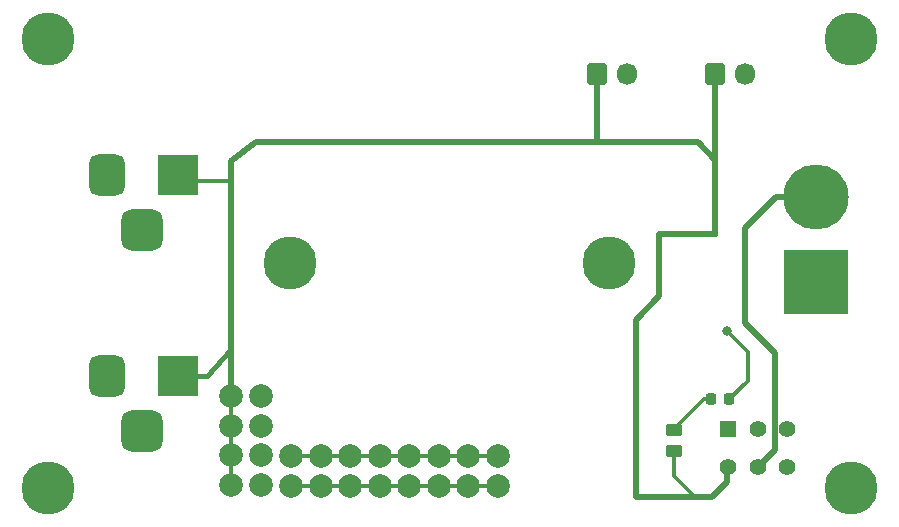
<source format=gbr>
%TF.GenerationSoftware,KiCad,Pcbnew,(6.0.0)*%
%TF.CreationDate,2022-03-05T02:50:21+09:00*%
%TF.ProjectId,latton rt,6c617474-6f6e-4207-9274-2e6b69636164,rev?*%
%TF.SameCoordinates,Original*%
%TF.FileFunction,Copper,L1,Top*%
%TF.FilePolarity,Positive*%
%FSLAX46Y46*%
G04 Gerber Fmt 4.6, Leading zero omitted, Abs format (unit mm)*
G04 Created by KiCad (PCBNEW (6.0.0)) date 2022-03-05 02:50:21*
%MOMM*%
%LPD*%
G01*
G04 APERTURE LIST*
G04 Aperture macros list*
%AMRoundRect*
0 Rectangle with rounded corners*
0 $1 Rounding radius*
0 $2 $3 $4 $5 $6 $7 $8 $9 X,Y pos of 4 corners*
0 Add a 4 corners polygon primitive as box body*
4,1,4,$2,$3,$4,$5,$6,$7,$8,$9,$2,$3,0*
0 Add four circle primitives for the rounded corners*
1,1,$1+$1,$2,$3*
1,1,$1+$1,$4,$5*
1,1,$1+$1,$6,$7*
1,1,$1+$1,$8,$9*
0 Add four rect primitives between the rounded corners*
20,1,$1+$1,$2,$3,$4,$5,0*
20,1,$1+$1,$4,$5,$6,$7,0*
20,1,$1+$1,$6,$7,$8,$9,0*
20,1,$1+$1,$8,$9,$2,$3,0*%
G04 Aperture macros list end*
%TA.AperFunction,NonConductor*%
%ADD10C,0.500000*%
%TD*%
%TA.AperFunction,NonConductor*%
%ADD11C,0.300000*%
%TD*%
%TA.AperFunction,NonConductor*%
%ADD12C,0.400000*%
%TD*%
%TA.AperFunction,ComponentPad*%
%ADD13R,3.500000X3.500000*%
%TD*%
%TA.AperFunction,ComponentPad*%
%ADD14RoundRect,0.750000X-0.750000X-1.000000X0.750000X-1.000000X0.750000X1.000000X-0.750000X1.000000X0*%
%TD*%
%TA.AperFunction,ComponentPad*%
%ADD15RoundRect,0.875000X-0.875000X-0.875000X0.875000X-0.875000X0.875000X0.875000X-0.875000X0.875000X0*%
%TD*%
%TA.AperFunction,ComponentPad*%
%ADD16C,2.000000*%
%TD*%
%TA.AperFunction,ComponentPad*%
%ADD17C,4.500000*%
%TD*%
%TA.AperFunction,ComponentPad*%
%ADD18R,1.400000X1.400000*%
%TD*%
%TA.AperFunction,ComponentPad*%
%ADD19C,1.400000*%
%TD*%
%TA.AperFunction,ComponentPad*%
%ADD20RoundRect,0.250000X-0.600000X-0.675000X0.600000X-0.675000X0.600000X0.675000X-0.600000X0.675000X0*%
%TD*%
%TA.AperFunction,ComponentPad*%
%ADD21O,1.700000X1.850000*%
%TD*%
%TA.AperFunction,SMDPad,CuDef*%
%ADD22RoundRect,0.218750X-0.218750X-0.256250X0.218750X-0.256250X0.218750X0.256250X-0.218750X0.256250X0*%
%TD*%
%TA.AperFunction,SMDPad,CuDef*%
%ADD23RoundRect,0.250000X-0.450000X0.262500X-0.450000X-0.262500X0.450000X-0.262500X0.450000X0.262500X0*%
%TD*%
%TA.AperFunction,ComponentPad*%
%ADD24R,5.516000X5.516000*%
%TD*%
%TA.AperFunction,ComponentPad*%
%ADD25C,5.516000*%
%TD*%
%TA.AperFunction,ViaPad*%
%ADD26C,0.800000*%
%TD*%
%TA.AperFunction,Conductor*%
%ADD27C,0.500000*%
%TD*%
%TA.AperFunction,Conductor*%
%ADD28C,0.300000*%
%TD*%
G04 APERTURE END LIST*
D10*
X167750000Y-96500000D02*
X172250000Y-96500000D01*
X171000000Y-88700000D02*
X172500000Y-90250000D01*
D11*
X136600000Y-115300000D02*
X154100000Y-115300000D01*
D10*
X153700000Y-88700000D02*
X133600000Y-88700000D01*
X131500000Y-97000000D02*
X131500000Y-91100000D01*
X162300000Y-88700000D02*
X153600000Y-88700000D01*
X167750000Y-101750000D02*
X167750000Y-96500000D01*
X162500000Y-83000000D02*
X162500000Y-88700000D01*
D11*
X131500000Y-110250000D02*
X131500000Y-112750000D01*
X131500000Y-115250000D02*
X131500000Y-117750000D01*
X171500000Y-110500000D02*
X172000000Y-110500000D01*
X131500000Y-112750000D02*
X131500000Y-115250000D01*
X169000000Y-115000000D02*
X169000000Y-116500000D01*
D10*
X165750000Y-118750000D02*
X165750000Y-103750000D01*
X131500000Y-90300000D02*
X131500000Y-91100000D01*
D11*
X169000000Y-113000000D02*
X171500000Y-110500000D01*
D10*
X173500000Y-117500000D02*
X173500000Y-116250000D01*
X172500000Y-83000000D02*
X172500000Y-96500000D01*
D11*
X136600000Y-117800000D02*
X154100000Y-117800000D01*
D12*
X131500000Y-106250000D02*
X129500000Y-108500000D01*
D10*
X172250000Y-118750000D02*
X165750000Y-118750000D01*
X173500000Y-117500000D02*
X172250000Y-118750000D01*
X131500000Y-106250000D02*
X131500000Y-97000000D01*
X131500000Y-110250000D02*
X131500000Y-106250000D01*
D11*
X169000000Y-116500000D02*
X169000000Y-117000000D01*
D10*
X162300000Y-88700000D02*
X171000000Y-88700000D01*
D12*
X129500000Y-108500000D02*
X127500000Y-108500000D01*
D10*
X133600000Y-88700000D02*
X131500000Y-90300000D01*
X165750000Y-103750000D02*
X167750000Y-101750000D01*
X178000000Y-93400000D02*
X178600000Y-93400000D01*
D11*
X131500000Y-92000000D02*
X127500000Y-92000000D01*
X169000000Y-117000000D02*
X170750000Y-118750000D01*
D12*
X172500000Y-96500000D02*
X172250000Y-96500000D01*
D13*
%TO.P,J1,1*%
%TO.N,Net-(J1-Pad1)*%
X127000000Y-91500000D03*
D14*
%TO.P,J1,2*%
%TO.N,Net-(J1-Pad2)*%
X121000000Y-91500000D03*
D15*
%TO.P,J1,3*%
%TO.N,N/C*%
X124000000Y-96200000D03*
%TD*%
D16*
%TO.P,,1*%
%TO.N,N/C*%
X141600000Y-117800000D03*
%TD*%
D17*
%TO.P,,1*%
%TO.N,N/C*%
X116000000Y-80000000D03*
%TD*%
D18*
%TO.P,SW1,1,A*%
%TO.N,Net-(J1-Pad1)*%
X173592500Y-112975000D03*
D19*
%TO.P,SW1,2,B*%
%TO.N,Net-(J5-Pad2)*%
X176092500Y-112975000D03*
%TO.P,SW1,3,C*%
%TO.N,Net-(J1-Pad1)*%
X178592500Y-112975000D03*
%TO.P,SW1,4*%
%TO.N,N/C*%
X173592500Y-116275000D03*
%TO.P,SW1,5*%
X176092500Y-116275000D03*
%TO.P,SW1,6*%
X178592500Y-116275000D03*
%TD*%
D17*
%TO.P,,1*%
%TO.N,N/C*%
X116000000Y-118000000D03*
%TD*%
D16*
%TO.P,,1*%
%TO.N,N/C*%
X144100000Y-115300000D03*
%TD*%
%TO.P,,1*%
%TO.N,N/C*%
X139100000Y-117800000D03*
%TD*%
%TO.P,,1*%
%TO.N,N/C*%
X131500000Y-110250000D03*
%TD*%
%TO.P,,1*%
%TO.N,N/C*%
X146600000Y-115300000D03*
%TD*%
%TO.P,,1*%
%TO.N,N/C*%
X144100000Y-117800000D03*
%TD*%
D20*
%TO.P,J3,1,1*%
%TO.N,Net-(J1-Pad2)*%
X162500000Y-83000000D03*
D21*
%TO.P,J3,2,2*%
%TO.N,Net-(J1-Pad1)*%
X165000000Y-83000000D03*
%TD*%
D16*
%TO.P,,1*%
%TO.N,N/C*%
X134000000Y-112750000D03*
%TD*%
%TO.P,,1*%
%TO.N,N/C*%
X134000000Y-110250000D03*
%TD*%
%TO.P,,1*%
%TO.N,N/C*%
X141600000Y-115300000D03*
%TD*%
D17*
%TO.P,,1*%
%TO.N,N/C*%
X184000000Y-80000000D03*
%TD*%
D16*
%TO.P,,1*%
%TO.N,N/C*%
X154100000Y-115300000D03*
%TD*%
D22*
%TO.P,D1,1,K*%
%TO.N,Net-(J1-Pad1)*%
X172112500Y-110500000D03*
%TO.P,D1,2,A*%
%TO.N,Net-(D1-Pad2)*%
X173687500Y-110500000D03*
%TD*%
D16*
%TO.P,,1*%
%TO.N,N/C*%
X131500000Y-112750000D03*
%TD*%
%TO.P,,1*%
%TO.N,N/C*%
X149100000Y-117800000D03*
%TD*%
%TO.P,,1*%
%TO.N,N/C*%
X139100000Y-115300000D03*
%TD*%
D17*
%TO.P,,1*%
%TO.N,N/C*%
X184000000Y-118000000D03*
%TD*%
D23*
%TO.P,R1,1*%
%TO.N,Net-(D1-Pad2)*%
X169000000Y-113087500D03*
%TO.P,R1,2*%
%TO.N,Net-(J1-Pad1)*%
X169000000Y-114912500D03*
%TD*%
D16*
%TO.P,,1*%
%TO.N,N/C*%
X151600000Y-115300000D03*
%TD*%
%TO.P,,1*%
%TO.N,N/C*%
X154100000Y-117800000D03*
%TD*%
%TO.P,,1*%
%TO.N,N/C*%
X134000000Y-117750000D03*
%TD*%
D13*
%TO.P,J2,1*%
%TO.N,Net-(J1-Pad1)*%
X127000000Y-108500000D03*
D14*
%TO.P,J2,2*%
%TO.N,Net-(J1-Pad2)*%
X121000000Y-108500000D03*
D15*
%TO.P,J2,3*%
%TO.N,N/C*%
X124000000Y-113200000D03*
%TD*%
D16*
%TO.P,,1*%
%TO.N,N/C*%
X136600000Y-115300000D03*
%TD*%
%TO.P,,1*%
%TO.N,N/C*%
X151600000Y-117800000D03*
%TD*%
D20*
%TO.P,J4,1,1*%
%TO.N,Net-(J1-Pad2)*%
X172500000Y-83000000D03*
D21*
%TO.P,J4,2,2*%
%TO.N,Net-(J1-Pad1)*%
X175000000Y-83000000D03*
%TD*%
D16*
%TO.P,,1*%
%TO.N,N/C*%
X146600000Y-117800000D03*
%TD*%
%TO.P,,1*%
%TO.N,N/C*%
X136600000Y-117800000D03*
%TD*%
%TO.P,,1*%
%TO.N,N/C*%
X149100000Y-115300000D03*
%TD*%
%TO.P,,1*%
%TO.N,N/C*%
X131500000Y-115250000D03*
%TD*%
D17*
%TO.P,Voltmeter,1*%
%TO.N,N/C*%
X136500000Y-99000000D03*
%TO.P,Voltmeter,3*%
X163500000Y-99000000D03*
%TD*%
D16*
%TO.P,,1*%
%TO.N,N/C*%
X134000000Y-115250000D03*
%TD*%
D24*
%TO.P,J5,1,-*%
%TO.N,Net-(J1-Pad1)*%
X181000000Y-100600000D03*
D25*
%TO.P,J5,2,+*%
%TO.N,Net-(J5-Pad2)*%
X181000000Y-93400000D03*
%TD*%
D16*
%TO.P,,1*%
%TO.N,N/C*%
X131500000Y-117750000D03*
%TD*%
D26*
%TO.N,Net-(D1-Pad2)*%
X173500000Y-104750000D03*
%TD*%
D27*
%TO.N,*%
X177567989Y-114799511D02*
X177567989Y-113000000D01*
X177567989Y-106567989D02*
X175000000Y-104000000D01*
X175000000Y-104000000D02*
X175000000Y-96000000D01*
X176092500Y-116275000D02*
X177567989Y-114799511D01*
X175000000Y-96000000D02*
X177600000Y-93400000D01*
X177600000Y-93400000D02*
X177917489Y-93400000D01*
X177567989Y-113000000D02*
X177567989Y-106567989D01*
D28*
%TO.N,Net-(D1-Pad2)*%
X175250000Y-106750000D02*
X175250000Y-106500000D01*
X175250000Y-106500000D02*
X173500000Y-104750000D01*
X175250000Y-108937500D02*
X175250000Y-106750000D01*
X173687500Y-110500000D02*
X175250000Y-108937500D01*
%TD*%
M02*

</source>
